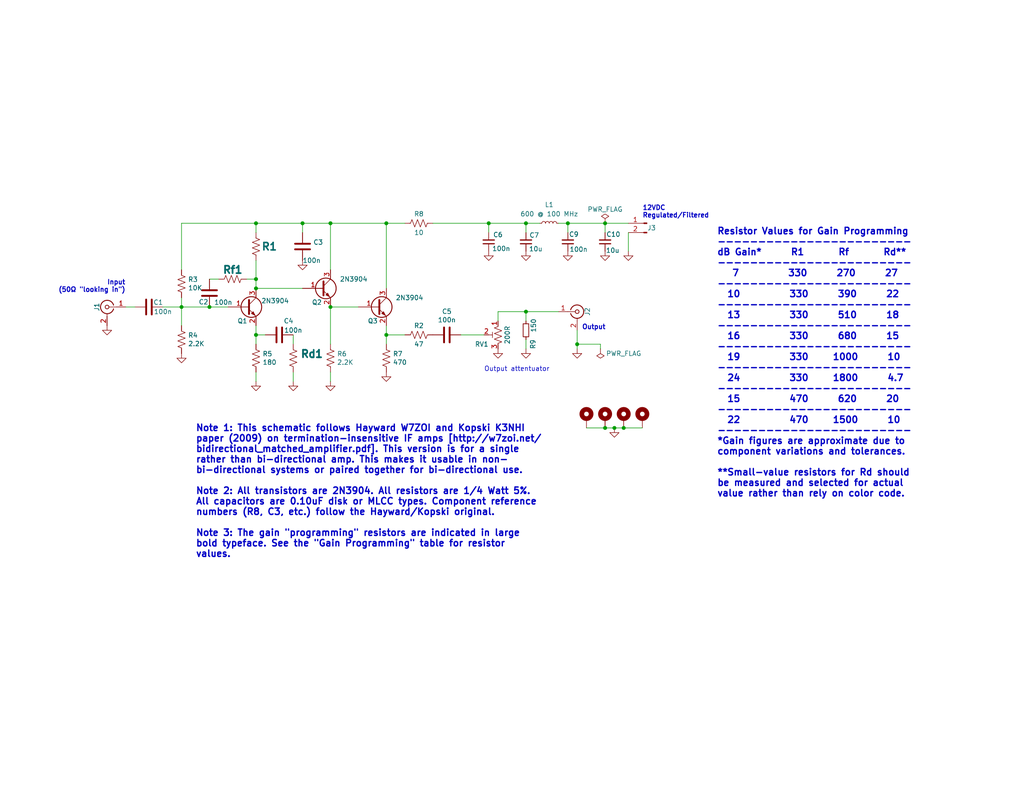
<source format=kicad_sch>
(kicad_sch (version 20230121) (generator eeschema)
  (paper "USLetter")
  (title_block (title "PG-TIA Programable Termination Insensitive") (date "2023-09-03") (rev "B2 - v0.01") (company "IF Amplifier (https://mostlydiyrf.com)"))
  (lib_symbols
    (symbol "Connector:Conn_01x02_Pin" (pin_names (offset 1.016) hide)
      (property "Reference" "J" (at 0 2.54 0))
      (property "Value" "Conn_01x02_Pin" (at 0 -5.08 0))
      (symbol "Conn_01x02_Pin_1_1"
        (polyline (pts (xy 1.27 -2.54) (xy 0.8636 -2.54)) (stroke (width 0.1524)))
        (polyline (pts (xy 1.27 0) (xy 0.8636 0)) (stroke (width 0.1524)))
        (rectangle (start 0.8636 -2.413) (end 0 -2.667) (stroke (width 0.1524)) (fill (type outline)))
        (rectangle (start 0.8636 0.127) (end 0 -0.127) (stroke (width 0.1524)) (fill (type outline)))
        (pin passive line (at 5.08 0 180) (length 3.81) (name "Pin_1") (number "1"))
        (pin passive line (at 5.08 -2.54 180) (length 3.81) (name "Pin_2") (number "2"))
      )
    )
    (symbol "Connector:Conn_Coaxial" (pin_names (offset 1.016) hide)
      (property "Reference" "J" (at 0.254 3.048 0))
      (property "Value" "Conn_Coaxial" (at 2.921 0 90))
      (symbol "Conn_Coaxial_0_1"
        (arc (start -1.778 -0.508) (mid 0.2311 -1.8066) (end 1.778 0) (stroke (width 0.254)))
        (polyline (pts (xy -2.54 0) (xy -0.508 0)))
        (polyline (pts (xy 0 -2.54) (xy 0 -1.778)))
        (circle (center 0 0) (radius 0.508) (stroke (width 0.2032)))
        (arc (start 1.778 0) (mid 0.2099 1.8101) (end -1.778 0.508) (stroke (width 0.254)))
      )
      (symbol "Conn_Coaxial_1_1"
        (pin passive line (at -5.08 0 0) (length 2.54) (name "In") (number "1"))
        (pin passive line (at 0 -5.08 90) (length 2.54) (name "Ext") (number "2"))
      )
    )
    (symbol "Device:C" (pin_numbers hide) (pin_names (offset 0.254))
      (property "Reference" "C" (at 0.635 2.54 0))
      (property "Value" "C" (at 0.635 -2.54 0))
      (symbol "C_0_1"
        (polyline (pts (xy -2.032 -0.762) (xy 2.032 -0.762)) (stroke (width 0.508)))
        (polyline (pts (xy -2.032 0.762) (xy 2.032 0.762)) (stroke (width 0.508)))
      )
      (symbol "C_1_1"
        (pin passive line (at 0 3.81 270) (length 2.794) (name "~") (number "1"))
        (pin passive line (at 0 -3.81 90) (length 2.794) (name "~") (number "2"))
      )
    )
    (symbol "Device:C_Small" (pin_numbers hide) (pin_names (offset 0.254) hide)
      (property "Reference" "C" (at 0.254 1.778 0))
      (property "Value" "C_Small" (at 0.254 -2.032 0))
      (symbol "C_Small_0_1"
        (polyline (pts (xy -1.524 -0.508) (xy 1.524 -0.508)) (stroke (width 0.3302)))
        (polyline (pts (xy -1.524 0.508) (xy 1.524 0.508)) (stroke (width 0.3048)))
      )
      (symbol "C_Small_1_1"
        (pin passive line (at 0 2.54 270) (length 2.032) (name "~") (number "1"))
        (pin passive line (at 0 -2.54 90) (length 2.032) (name "~") (number "2"))
      )
    )
    (symbol "Device:L_Small" (pin_numbers hide) (pin_names (offset 0.254) hide)
      (property "Reference" "L" (at 0.762 1.016 0))
      (property "Value" "L_Small" (at 0.762 -1.016 0))
      (symbol "L_Small_0_1"
        (arc (start 0 -2.032) (mid 0.5058 -1.524) (end 0 -1.016))
        (arc (start 0 -1.016) (mid 0.5058 -0.508) (end 0 0))
        (arc (start 0 0) (mid 0.5058 0.508) (end 0 1.016))
        (arc (start 0 1.016) (mid 0.5058 1.524) (end 0 2.032))
      )
      (symbol "L_Small_1_1"
        (pin passive line (at 0 2.54 270) (length 0.508) (name "~") (number "1"))
        (pin passive line (at 0 -2.54 90) (length 0.508) (name "~") (number "2"))
      )
    )
    (symbol "Device:R_Potentiometer_Trim_US" (pin_names (offset 1.016) hide)
      (property "Reference" "RV" (at -4.445 0 90))
      (property "Value" "R_Potentiometer_Trim_US" (at -2.54 0 90))
      (symbol "R_Potentiometer_Trim_US_0_1"
        (polyline (pts (xy 0 -2.286) (xy 0 -2.54)))
        (polyline (pts (xy 0 2.286) (xy 0 2.54)))
        (polyline (pts (xy 1.524 0.762) (xy 1.524 -0.762)))
        (polyline (pts (xy 2.54 0) (xy 1.524 0)))
        (polyline (pts (xy 0 -0.762) (xy 1.016 -1.143) (xy 0 -1.524) (xy -1.016 -1.905) (xy 0 -2.286)))
        (polyline (pts (xy 0 0.762) (xy 1.016 0.381) (xy 0 0) (xy -1.016 -0.381) (xy 0 -0.762)))
        (polyline (pts (xy 0 2.286) (xy 1.016 1.905) (xy 0 1.524) (xy -1.016 1.143) (xy 0 0.762)))
      )
      (symbol "R_Potentiometer_Trim_US_1_1"
        (pin passive line (at 0 3.81 270) (length 1.27) (name "1") (number "1"))
        (pin passive line (at 3.81 0 180) (length 1.27) (name "2") (number "2"))
        (pin passive line (at 0 -3.81 90) (length 1.27) (name "3") (number "3"))
      )
    )
    (symbol "Device:R_Small" (pin_numbers hide) (pin_names (offset 0.254) hide)
      (property "Reference" "R" (at 0.762 0.508 0))
      (property "Value" "R_Small" (at 0.762 -1.016 0))
      (symbol "R_Small_0_1"
        (rectangle (start -0.762 1.778) (end 0.762 -1.778) (stroke (width 0.2032)))
      )
      (symbol "R_Small_1_1"
        (pin passive line (at 0 2.54 270) (length 0.762) (name "~") (number "1"))
        (pin passive line (at 0 -2.54 90) (length 0.762) (name "~") (number "2"))
      )
    )
    (symbol "Device:R_US" (pin_numbers hide) (pin_names (offset 0))
      (property "Reference" "R" (at 2.54 0 90))
      (property "Value" "R_US" (at -2.54 0 90))
      (symbol "R_US_0_1"
        (polyline (pts (xy 0 -2.286) (xy 0 -2.54)))
        (polyline (pts (xy 0 2.286) (xy 0 2.54)))
        (polyline (pts (xy 0 -0.762) (xy 1.016 -1.143) (xy 0 -1.524) (xy -1.016 -1.905) (xy 0 -2.286)))
        (polyline (pts (xy 0 0.762) (xy 1.016 0.381) (xy 0 0) (xy -1.016 -0.381) (xy 0 -0.762)))
        (polyline (pts (xy 0 2.286) (xy 1.016 1.905) (xy 0 1.524) (xy -1.016 1.143) (xy 0 0.762)))
      )
      (symbol "R_US_1_1"
        (pin passive line (at 0 3.81 270) (length 1.27) (name "~") (number "1"))
        (pin passive line (at 0 -3.81 90) (length 1.27) (name "~") (number "2"))
      )
    )
    (symbol "Mechanical:MountingHole_Pad" (pin_numbers hide) (pin_names (offset 1.016) hide)
      (property "Reference" "H" (at 0 6.35 0))
      (property "Value" "MountingHole_Pad" (at 0 4.445 0))
      (symbol "MountingHole_Pad_0_1"
        (circle (center 0 1.27) (radius 1.27) (stroke (width 1.27)))
      )
      (symbol "MountingHole_Pad_1_1"
        (pin input line (at 0 -2.54 90) (length 2.54) (name "1") (number "1"))
      )
    )
    (symbol "PCM_4ms_Power-symbol:PWR_FLAG" (power) (pin_numbers hide) (pin_names (offset 0) hide)
      (property "Value" "PWR_FLAG" (at 0 3.81 0))
      (symbol "PWR_FLAG_0_0"
        (pin power_out line (at 0 0 90) (length 0) (name "pwr") (number "1"))
      )
      (symbol "PWR_FLAG_0_1"
        (polyline (pts (xy 0 0) (xy 0 1.27) (xy -1.016 1.905) (xy 0 2.54) (xy 1.016 1.905) (xy 0 1.27)))
      )
    )
    (symbol "Transistor_BJT:MMBT3904" (pin_names (offset 0) hide)
      (property "Reference" "Q" (at 5.08 1.905 0))
      (property "Value" "MMBT3904" (at 5.08 0 0))
      (symbol "MMBT3904_0_1"
        (polyline (pts (xy 0.635 0.635) (xy 2.54 2.54)))
        (polyline (pts (xy 0.635 -0.635) (xy 2.54 -2.54) (xy 2.54 -2.54)))
        (polyline (pts (xy 0.635 1.905) (xy 0.635 -1.905) (xy 0.635 -1.905)) (stroke (width 0.508)))
        (polyline (pts (xy 1.27 -1.778) (xy 1.778 -1.27) (xy 2.286 -2.286) (xy 1.27 -1.778) (xy 1.27 -1.778)) (fill (type outline)))
        (circle (center 1.27 0) (radius 2.8194) (stroke (width 0.254)))
      )
      (symbol "MMBT3904_1_1"
        (pin input line (at -5.08 0 0) (length 5.715) (name "B") (number "1"))
        (pin passive line (at 2.54 -5.08 90) (length 2.54) (name "E") (number "2"))
        (pin passive line (at 2.54 5.08 270) (length 2.54) (name "C") (number "3"))
      )
    )
    (symbol "power:GND" (power) (pin_names (offset 0))
      (property "Value" "GND" (at 0 -3.81 0))
      (symbol "GND_0_1"
        (polyline (pts (xy 0 0) (xy 0 -1.27) (xy 1.27 -1.27) (xy 0 -2.54) (xy -1.27 -1.27) (xy 0 -1.27)))
      )
      (symbol "GND_1_1"
        (pin power_in line (at 0 0 270) (length 0) hide (name "GND") (number "1"))
      )
    )
  )
  (junction (at 154.94 60.96))
  (junction (at 143.51 60.96))
  (junction (at 57.15 83.82))
  (junction (at 143.51 85.09))
  (junction (at 69.85 60.96))
  (junction (at 105.41 91.44))
  (junction (at 133.35 60.96))
  (junction (at 82.55 60.96))
  (junction (at 69.85 91.44))
  (junction (at 105.41 60.96))
  (junction (at 157.48 93.98))
  (junction (at 90.17 60.96))
  (junction (at 69.85 76.2))
  (junction (at 49.53 83.82))
  (junction (at 165.1 116.84))
  (junction (at 167.64 116.84))
  (junction (at 69.85 78.74))
  (junction (at 170.18 116.84))
  (junction (at 90.17 83.82))
  (junction (at 165.1 60.96))
  (wire (pts (xy 69.85 60.96) (xy 49.53 60.96)))
  (wire (pts (xy 105.41 88.9) (xy 105.41 91.44)))
  (wire (pts (xy 105.41 78.74) (xy 105.41 60.96)))
  (wire (pts (xy 90.17 101.6) (xy 90.17 104.14)))
  (wire (pts (xy 125.73 91.44) (xy 132.08 91.44)))
  (wire (pts (xy 154.94 60.96) (xy 154.94 63.5)))
  (wire (pts (xy 49.53 60.96) (xy 49.53 73.66)))
  (wire (pts (xy 62.23 83.82) (xy 57.15 83.82)))
  (wire (pts (xy 165.1 60.96) (xy 171.45 60.96)))
  (wire (pts (xy 143.51 95.25) (xy 143.51 92.71)))
  (wire (pts (xy 80.01 101.6) (xy 80.01 104.14)))
  (wire (pts (xy 157.48 93.98) (xy 163.83 93.98)))
  (wire (pts (xy 143.51 60.96) (xy 143.51 63.5)))
  (wire (pts (xy 118.11 60.96) (xy 133.35 60.96)))
  (wire (pts (xy 97.79 83.82) (xy 90.17 83.82)))
  (wire (pts (xy 165.1 116.84) (xy 167.64 116.84)))
  (wire (pts (xy 69.85 91.44) (xy 69.85 93.98)))
  (wire (pts (xy 135.89 85.09) (xy 143.51 85.09)))
  (wire (pts (xy 90.17 60.96) (xy 82.55 60.96)))
  (wire (pts (xy 90.17 60.96) (xy 105.41 60.96)))
  (wire (pts (xy 171.45 63.5) (xy 171.45 68.58)))
  (wire (pts (xy 82.55 78.74) (xy 69.85 78.74)))
  (wire (pts (xy 80.01 91.44) (xy 80.01 93.98)))
  (wire (pts (xy 90.17 73.66) (xy 90.17 60.96)))
  (wire (pts (xy 72.39 91.44) (xy 69.85 91.44)))
  (wire (pts (xy 69.85 101.6) (xy 69.85 104.14)))
  (wire (pts (xy 110.49 60.96) (xy 105.41 60.96)))
  (wire (pts (xy 143.51 60.96) (xy 147.32 60.96)))
  (wire (pts (xy 82.55 60.96) (xy 69.85 60.96)))
  (wire (pts (xy 167.64 116.84) (xy 170.18 116.84)))
  (wire (pts (xy 143.51 85.09) (xy 152.4 85.09)))
  (wire (pts (xy 49.53 81.28) (xy 49.53 83.82)))
  (wire (pts (xy 69.85 88.9) (xy 69.85 91.44)))
  (wire (pts (xy 49.53 83.82) (xy 49.53 88.9)))
  (wire (pts (xy 152.4 60.96) (xy 154.94 60.96)))
  (wire (pts (xy 160.02 116.84) (xy 165.1 116.84)))
  (wire (pts (xy 69.85 63.5) (xy 69.85 60.96)))
  (wire (pts (xy 36.83 83.82) (xy 34.29 83.82)))
  (wire (pts (xy 90.17 83.82) (xy 90.17 93.98)))
  (wire (pts (xy 135.89 87.63) (xy 135.89 85.09)))
  (wire (pts (xy 154.94 60.96) (xy 165.1 60.96)))
  (wire (pts (xy 170.18 116.84) (xy 175.26 116.84)))
  (wire (pts (xy 133.35 60.96) (xy 143.51 60.96)))
  (wire (pts (xy 69.85 76.2) (xy 69.85 78.74)))
  (wire (pts (xy 143.51 85.09) (xy 143.51 87.63)))
  (wire (pts (xy 105.41 91.44) (xy 105.41 93.98)))
  (wire (pts (xy 59.69 76.2) (xy 57.15 76.2)))
  (wire (pts (xy 82.55 63.5) (xy 82.55 60.96)))
  (wire (pts (xy 133.35 60.96) (xy 133.35 63.5)))
  (wire (pts (xy 165.1 60.96) (xy 165.1 63.5)))
  (wire (pts (xy 67.31 76.2) (xy 69.85 76.2)))
  (wire (pts (xy 49.53 83.82) (xy 44.45 83.82)))
  (wire (pts (xy 49.53 83.82) (xy 57.15 83.82)))
  (wire (pts (xy 157.48 93.98) (xy 157.48 95.25)))
  (wire (pts (xy 69.85 71.12) (xy 69.85 76.2)))
  (wire (pts (xy 110.49 91.44) (xy 105.41 91.44)))
  (wire (pts (xy 157.48 90.17) (xy 157.48 93.98)))
  (wire (pts (xy 163.83 93.98) (xy 163.83 95.25)))
  (text "Output attentuator" (at 132.08 101.6 0) (effects (font (size 1.27 1.27)) (justify left bottom)))
  (text "Note 1: This schematic follows Hayward W7ZOI and Kopski K3NHI\npaper (2009) on termination-insensitive IF amps [http://w7zoi.net/\nbidirectional_matched_amplifier.pdf]. This version is for a single\nrather than bi-directional amp. This makes it usable in non-\nbi-directional systems or paired together for bi-directional use.\n\nNote 2: All transistors are 2N3904. All resistors are 1/4 Watt 5%.\nAll capacitors are 0.10uF disk or MLCC types. Component reference\nnumbers (R8, C3, etc.) follow the Hayward/Kopski original.\n\nNote 3: The gain \"programming\" resistors are indicated in large\nbold typeface. See the \"Gain Programming\" table for resistor \nvalues." (at 53.34 152.4 0) (effects (font (size 1.778 1.778) (thickness 0.3556) bold) (justify left bottom)))
  (text "Output\n" (at 158.75 90.17 0) (effects (font (size 1.27 1.27) (thickness 0.254) bold) (justify left bottom)))
  (text "Resistor Values for Gain Programming\n------------------------\ndB Gain*      R1       Rf       Rd**\n------------------------\n   7          330      270      27\n------------------------\n  10          330      390      22\n------------------------\n  13          330      510      18\n------------------------\n  16          330      680      15\n------------------------\n  19          330     1000      10\n------------------------ \n  24          330     1800      4.7\n------------------------ \n  15          470      620      20\n------------------------\n  22          470     1500      10\n------------------------\n*Gain figures are approximate due to\ncomponent variations and tolerances.\n\n**Small-value resistors for Rd should\nbe measured and selected for actual\nvalue rather than rely on color code." (at 195.58 135.89 0) (effects (font (size 1.778 1.778) (thickness 0.3556) bold) (justify left bottom)))
  (text "Input\n(50Ω \"looking in\")" (at 34.29 80.01 0) (effects (font (size 1.27 1.27) (thickness 0.254) bold) (justify right bottom)))
  (text "12VDC\nRegulated/Filtered" (at 175.26 59.69 0) (effects (font (size 1.27 1.27) (thickness 0.254) bold) (justify left bottom)))
  (symbol (lib_id "Transistor_BJT:MMBT3904") (at 67.31 83.82 0) (unit 1)
    (property "Reference" "Q1" (at 64.77 87.63 0) (effects (justify left)))
    (property "Value" "2N3904" (at 71.2724 82.1436 0) (effects (justify left)))
    (property "Footprint" "Package_TO_SOT_SMD:SOT-23_Handsoldering" (effects hide))
    (property "Datasheet" "https://www.onsemi.com/pdf/datasheet/pzt3904-d.pdf" (effects hide))
  )
  (symbol (lib_id "Transistor_BJT:MMBT3904") (at 87.63 78.74 0) (unit 1)
    (property "Reference" "Q2" (at 85.09 82.55 0) (effects (justify left)))
    (property "Value" "2N3904" (at 92.71 76.2 0) (effects (justify left)))
    (property "Footprint" "Package_TO_SOT_SMD:SOT-23_Handsoldering" (effects hide))
    (property "Datasheet" "https://www.onsemi.com/pdf/datasheet/pzt3904-d.pdf" (effects hide))
  )
  (symbol (lib_id "Transistor_BJT:MMBT3904") (at 102.87 83.82 0) (unit 1)
    (property "Reference" "Q3" (at 100.33 87.63 0) (effects (justify left)))
    (property "Value" "2N3904" (at 107.95 81.28 0) (effects (justify left)))
    (property "Footprint" "Package_TO_SOT_SMD:SOT-23_Handsoldering" (effects hide))
    (property "Datasheet" "https://www.onsemi.com/pdf/datasheet/pzt3904-d.pdf" (effects hide))
  )
  (symbol (lib_id "Device:R_US") (at 69.85 67.31 0) (unit 1)
    (property "Reference" "R1" (at 71.12 67.31 0) (effects (font (size 2.032 2.032) bold) (justify left)))
    (property "Value" "330" (effects hide))
    (property "Footprint" "Resistor_SMD:R_1206_3216Metric_Pad1.30x1.75mm_HandSolder" (effects hide))
  )
  (symbol (lib_id "Device:R_US") (at 69.85 97.79 0) (unit 1)
    (property "Reference" "R5" (at 71.628 96.6216 0) (effects (justify left)))
    (property "Value" "180" (at 71.628 98.933 0) (effects (justify left)))
    (property "Footprint" "Resistor_SMD:R_0805_2012Metric_Pad1.20x1.40mm_HandSolder" (effects hide))
  )
  (symbol (lib_id "Device:R_US") (at 80.01 97.79 0) (unit 1)
    (property "Reference" "Rd1" (at 81.788 96.6216 0) (effects (font (size 2.032 2.032) bold) (justify left)))
    (property "Value" "15" (effects hide))
    (property "Footprint" "Resistor_SMD:R_1206_3216Metric_Pad1.30x1.75mm_HandSolder" (effects hide))
  )
  (symbol (lib_id "Device:R_US") (at 49.53 77.47 0) (unit 1)
    (property "Reference" "R3" (at 51.308 76.3016 0) (effects (justify left)))
    (property "Value" "10K" (at 51.308 78.613 0) (effects (justify left)))
    (property "Footprint" "Resistor_SMD:R_1206_3216Metric_Pad1.30x1.75mm_HandSolder" (effects hide))
  )
  (symbol (lib_id "Device:R_US") (at 49.53 92.71 0) (unit 1)
    (property "Reference" "R4" (at 51.308 91.5416 0) (effects (justify left)))
    (property "Value" "2.2K" (at 51.308 93.853 0) (effects (justify left)))
    (property "Footprint" "Resistor_SMD:R_1206_3216Metric_Pad1.30x1.75mm_HandSolder" (effects hide))
  )
  (symbol (lib_id "Device:R_US") (at 63.5 76.2 270) (unit 1)
    (property "Reference" "Rf1" (at 63.5 73.66 90) (effects (font (size 2.032 2.032) bold)))
    (property "Value" "680" (effects hide))
    (property "Footprint" "Resistor_SMD:R_1206_3216Metric_Pad1.30x1.75mm_HandSolder" (effects hide))
  )
  (symbol (lib_id "Device:R_US") (at 90.17 97.79 0) (unit 1)
    (property "Reference" "R6" (at 91.948 96.6216 0) (effects (justify left)))
    (property "Value" "2.2K" (at 91.948 98.933 0) (effects (justify left)))
    (property "Footprint" "Resistor_SMD:R_1206_3216Metric_Pad1.30x1.75mm_HandSolder" (effects hide))
  )
  (symbol (lib_id "Device:R_US") (at 105.41 97.79 0) (unit 1)
    (property "Reference" "R7" (at 107.188 96.6216 0) (effects (justify left)))
    (property "Value" "470" (at 107.188 98.933 0) (effects (justify left)))
    (property "Footprint" "Resistor_SMD:R_1206_3216Metric_Pad1.30x1.75mm_HandSolder" (effects hide))
  )
  (symbol (lib_id "Device:R_US") (at 114.3 91.44 270) (unit 1)
    (property "Reference" "R2" (at 114.3 88.9 90))
    (property "Value" "47" (at 114.3 93.98 90))
    (property "Footprint" "Resistor_SMD:R_1206_3216Metric_Pad1.30x1.75mm_HandSolder" (effects hide))
  )
  (symbol (lib_id "Device:R_US") (at 114.3 60.96 270) (unit 1)
    (property "Reference" "R8" (at 114.3 58.42 90))
    (property "Value" "10" (at 114.3 63.5 90))
    (property "Footprint" "Resistor_SMD:R_1206_3216Metric_Pad1.30x1.75mm_HandSolder" (effects hide))
  )
  (symbol (lib_id "Device:C") (at 121.92 91.44 270) (unit 1)
    (property "Reference" "C5" (at 121.92 85.0392 90))
    (property "Value" "100n" (at 121.92 87.3506 90))
    (property "Footprint" "Capacitor_SMD:C_1206_3216Metric_Pad1.33x1.80mm_HandSolder" (effects hide))
  )
  (symbol (lib_id "Device:C") (at 82.55 67.31 180) (unit 1)
    (property "Reference" "C3" (at 85.471 66.1416 0) (effects (justify right)))
    (property "Value" "100n" (at 82.55 71.12 0) (effects (justify right)))
    (property "Footprint" "Capacitor_SMD:C_1206_3216Metric_Pad1.33x1.80mm_HandSolder" (effects hide))
  )
  (symbol (lib_id "Device:C") (at 76.2 91.44 270) (unit 1)
    (property "Reference" "C4" (at 78.74 87.63 90))
    (property "Value" "100n" (at 80.01 90.17 90))
    (property "Footprint" "Capacitor_SMD:C_1206_3216Metric_Pad1.33x1.80mm_HandSolder" (effects hide))
  )
  (symbol (lib_id "Device:C") (at 40.64 83.82 270) (unit 1)
    (property "Reference" "C1" (at 43.18 82.55 90))
    (property "Value" "100n" (at 44.45 85.09 90))
    (property "Footprint" "Capacitor_SMD:C_1206_3216Metric_Pad1.33x1.80mm_HandSolder" (effects hide))
  )
  (symbol (lib_id "Device:C") (at 57.15 80.01 180) (unit 1)
    (property "Reference" "C2" (at 54.1782 82.4484 0) (effects (justify right)))
    (property "Value" "100n" (at 58.42 82.55 0) (effects (justify right)))
    (property "Footprint" "Capacitor_SMD:C_1206_3216Metric_Pad1.33x1.80mm_HandSolder" (effects hide))
  )
  (symbol (lib_id "power:GND") (at 69.85 104.14 0) (unit 1)
    (property "Reference" "#PWR0101" (effects hide))
    (property "Value" "GND" (effects hide))
  )
  (symbol (lib_id "power:GND") (at 80.01 104.14 0) (unit 1)
    (property "Reference" "#PWR0102" (effects hide))
    (property "Value" "GND" (effects hide))
  )
  (symbol (lib_id "power:GND") (at 49.53 96.52 0) (unit 1)
    (property "Reference" "#PWR0103" (effects hide))
    (property "Value" "GND" (effects hide))
  )
  (symbol (lib_id "power:GND") (at 90.17 104.14 0) (unit 1)
    (property "Reference" "#PWR0104" (effects hide))
    (property "Value" "GND" (effects hide))
  )
  (symbol (lib_id "power:GND") (at 105.41 101.6 0) (unit 1)
    (property "Reference" "#PWR0105" (effects hide))
    (property "Value" "GND" (effects hide))
  )
  (symbol (lib_id "power:GND") (at 82.55 71.12 0) (unit 1)
    (property "Reference" "#PWR0106" (effects hide))
    (property "Value" "GND" (effects hide))
  )
  (symbol (lib_id "Connector:Conn_01x02_Pin") (at 176.53 60.96 0) (mirror y) (unit 1)
    (property "Reference" "J3" (at 177.8 62.23 0))
    (property "Value" "Conn_01x02_Male" (effects hide))
    (property "Footprint" "Connector_PinHeader_2.54mm:PinHeader_1x02_P2.54mm_Vertical" (effects hide))
  )
  (symbol (lib_id "power:GND") (at 171.45 68.58 0) (unit 1)
    (property "Reference" "#PWR0108" (effects hide))
    (property "Value" "GND" (effects hide))
  )
  (symbol (lib_id "Device:C_Small") (at 133.35 66.04 180) (unit 1)
    (property "Reference" "C6" (at 134.5184 64.0842 0) (effects (justify right)))
    (property "Value" "100n" (at 134.2644 67.8688 0) (effects (justify right)))
    (property "Footprint" "Capacitor_SMD:C_1206_3216Metric_Pad1.33x1.80mm_HandSolder" (effects hide))
  )
  (symbol (lib_id "power:GND") (at 135.89 95.25 0) (mirror y) (unit 1)
    (property "Reference" "#PWR04" (effects hide))
    (property "Value" "GND" (effects hide))
  )
  (symbol (lib_id "Device:C_Small") (at 165.1 66.04 180) (unit 1)
    (property "Reference" "C10" (at 165.4048 63.9826 0) (effects (justify right)))
    (property "Value" "10u" (at 165.2778 68.3768 0) (effects (justify right)))
    (property "Footprint" "Capacitor_SMD:C_1206_3216Metric_Pad1.33x1.80mm_HandSolder" (effects hide))
  )
  (symbol (lib_id "Connector:Conn_Coaxial") (at 157.48 85.09 0) (unit 1)
    (property "Reference" "J2" (at 160.274 85.09 90))
    (property "Value" "SMA" (effects hide))
    (property "Footprint" "footprints:SMA_EDGELAUNCH_Modded" (effects hide))
    (property "Datasheet" " ~" (effects hide))
  )
  (symbol (lib_id "Connector:Conn_Coaxial") (at 29.21 83.82 0) (mirror y) (unit 1)
    (property "Reference" "J1" (at 26.416 83.82 90))
    (property "Value" "Conn_Coaxial" (effects hide))
    (property "Footprint" "footprints:SMA_EDGELAUNCH_Modded" (effects hide))
    (property "Datasheet" " ~" (effects hide))
  )
  (symbol (lib_id "power:GND") (at 143.51 68.58 0) (mirror y) (unit 1)
    (property "Reference" "#PWR07" (effects hide))
    (property "Value" "GND" (effects hide))
  )
  (symbol (lib_id "power:GND") (at 29.21 88.9 0) (unit 1)
    (property "Reference" "#PWR02" (effects hide))
    (property "Value" "GND" (effects hide))
  )
  (symbol (lib_id "power:GND") (at 133.35 68.58 0) (mirror y) (unit 1)
    (property "Reference" "#PWR06" (effects hide))
    (property "Value" "GND" (effects hide))
  )
  (symbol (lib_id "Mechanical:MountingHole_Pad") (at 175.26 114.3 0) (unit 1)
    (property "Reference" "H4" (effects hide))
    (property "Value" "MountingHole_Pad" (effects hide))
    (property "Footprint" "MountingHole:MountingHole_2.2mm_M2_Pad_Via" (effects hide))
  )
  (symbol (lib_id "power:GND") (at 143.51 95.25 0) (mirror y) (unit 1)
    (property "Reference" "#PWR05" (effects hide))
    (property "Value" "GND" (effects hide))
  )
  (symbol (lib_id "Mechanical:MountingHole_Pad") (at 170.18 114.3 0) (unit 1)
    (property "Reference" "H3" (effects hide))
    (property "Value" "MountingHole_Pad" (effects hide))
    (property "Footprint" "MountingHole:MountingHole_2.2mm_M2_Pad_Via" (effects hide))
  )
  (symbol (lib_id "PCM_4ms_Power-symbol:PWR_FLAG") (at 165.1 60.96 0) (unit 1)
    (property "Reference" "#FLG02" (effects hide))
    (property "Value" "PWR_FLAG" (at 165.1 57.15 0))
  )
  (symbol (lib_id "power:GND") (at 167.64 116.84 0) (unit 1)
    (property "Reference" "#PWR01" (effects hide))
    (property "Value" "GND" (effects hide))
  )
  (symbol (lib_id "Device:R_Potentiometer_Trim_US") (at 135.89 91.44 0) (mirror y) (unit 1)
    (property "Reference" "RV1" (at 129.54 93.98 0) (effects (justify right)))
    (property "Value" "200R" (at 138.43 88.9 90) (effects (justify right)))
    (property "Footprint" "Potentiometer_THT:Potentiometer_Bourns_3296W_Vertical" (effects hide))
  )
  (symbol (lib_id "Device:R_Small") (at 143.51 90.17 180) (unit 1)
    (property "Reference" "R9" (at 145.415 93.98 90))
    (property "Value" "150" (at 145.5928 88.8746 90))
    (property "Footprint" "Resistor_SMD:R_1206_3216Metric_Pad1.30x1.75mm_HandSolder" (effects hide))
  )
  (symbol (lib_id "Mechanical:MountingHole_Pad") (at 160.02 114.3 0) (unit 1)
    (property "Reference" "H1" (effects hide))
    (property "Value" "MountingHole_Pad" (effects hide))
    (property "Footprint" "MountingHole:MountingHole_2.2mm_M2_Pad_Via" (effects hide))
  )
  (symbol (lib_id "power:GND") (at 165.1 68.58 0) (mirror y) (unit 1)
    (property "Reference" "#PWR010" (effects hide))
    (property "Value" "GND" (effects hide))
  )
  (symbol (lib_id "Device:L_Small") (at 149.86 60.96 90) (unit 1)
    (property "Reference" "L1" (at 149.86 55.88 90))
    (property "Value" "600 @ 100 MHz" (at 149.86 58.42 90))
    (property "Footprint" "Inductor_SMD:L_1206_3216Metric_Pad1.42x1.75mm_HandSolder" (effects hide))
  )
  (symbol (lib_id "Device:C_Small") (at 154.94 66.04 180) (unit 1)
    (property "Reference" "C9" (at 155.2194 63.9826 0) (effects (justify right)))
    (property "Value" "100n" (at 155.3718 68.0974 0) (effects (justify right)))
    (property "Footprint" "Capacitor_SMD:C_1206_3216Metric_Pad1.33x1.80mm_HandSolder" (effects hide))
  )
  (symbol (lib_id "Mechanical:MountingHole_Pad") (at 165.1 114.3 0) (unit 1)
    (property "Reference" "H2" (effects hide))
    (property "Value" "MountingHole_Pad" (effects hide))
    (property "Footprint" "MountingHole:MountingHole_2.2mm_M2_Pad_Via" (effects hide))
  )
  (symbol (lib_id "PCM_4ms_Power-symbol:PWR_FLAG") (at 163.83 95.25 180) (unit 1)
    (property "Reference" "#FLG01" (effects hide))
    (property "Value" "PWR_FLAG" (at 170.18 96.52 0))
  )
  (symbol (lib_id "Device:C_Small") (at 143.51 66.04 180) (unit 1)
    (property "Reference" "C7" (at 144.4244 64.2112 0) (effects (justify right)))
    (property "Value" "10u" (at 144.2974 67.9704 0) (effects (justify right)))
    (property "Footprint" "Capacitor_SMD:C_1206_3216Metric_Pad1.33x1.80mm_HandSolder" (effects hide))
  )
  (symbol (lib_id "power:GND") (at 157.48 95.25 0) (mirror y) (unit 1)
    (property "Reference" "#PWR03" (effects hide))
    (property "Value" "GND" (effects hide))
  )
  (symbol (lib_id "power:GND") (at 154.94 68.58 0) (mirror y) (unit 1)
    (property "Reference" "#PWR09" (effects hide))
    (property "Value" "GND" (effects hide))
  )
)
</source>
